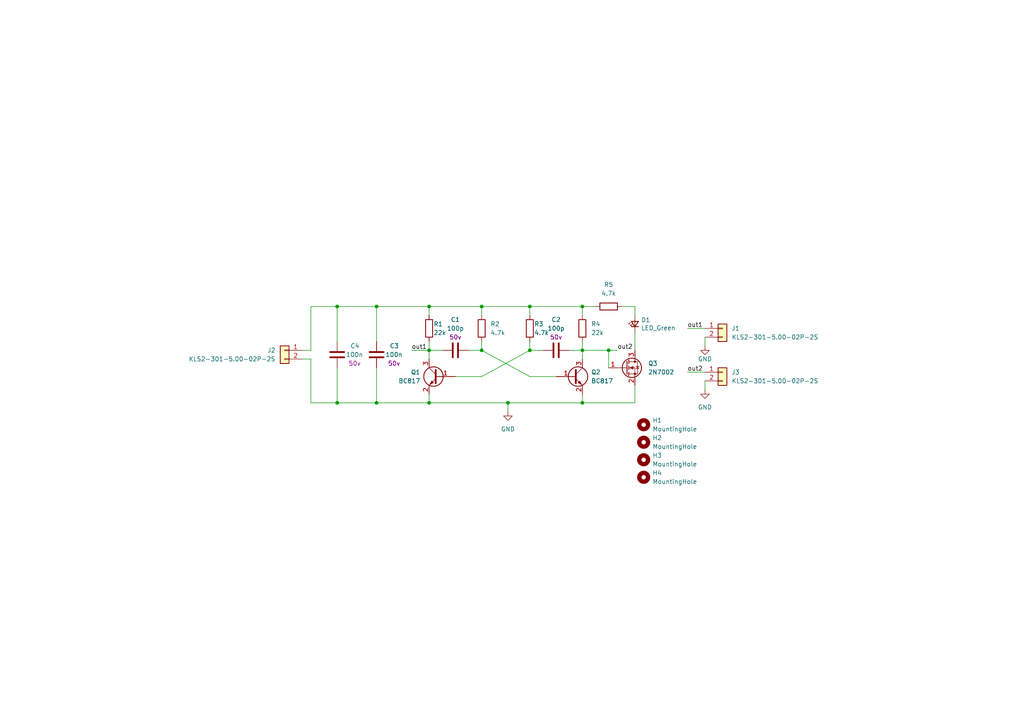
<source format=kicad_sch>
(kicad_sch (version 20211123) (generator eeschema)
  (paper "A4")
  (title_block (title "Мультивибратор") (date "2022-05-18") (comment 2 "Нагаев"))
  (lib_symbols
    (symbol "Device:C" (pin_numbers hide) (pin_names (offset 0.254))
      (property "Reference" "C" (at 0.635 2.54 0))
      (property "Value" "C" (at 0.635 -2.54 0))
      (symbol "C_0_1"
        (polyline (pts (xy -2.032 -0.762) (xy 2.032 -0.762)) (stroke (width 0.508)))
        (polyline (pts (xy -2.032 0.762) (xy 2.032 0.762)) (stroke (width 0.508)))
      )
      (symbol "C_1_1"
        (pin passive line (at 0 3.81 270) (length 2.794) (name "~") (number "1"))
        (pin passive line (at 0 -3.81 90) (length 2.794) (name "~") (number "2"))
      )
    )
    (symbol "Device:LED_Small" (pin_numbers hide) (pin_names (offset 0.254) hide)
      (property "Reference" "D" (at -1.27 3.175 0))
      (property "Value" "LED_Small" (at -4.445 -2.54 0))
      (symbol "LED_Small_0_1"
        (polyline (pts (xy -0.762 -1.016) (xy -0.762 1.016)) (stroke (width 0.254)))
        (polyline (pts (xy 1.016 0) (xy -0.762 0)))
        (polyline (pts (xy 0.762 -1.016) (xy -0.762 0) (xy 0.762 1.016) (xy 0.762 -1.016)) (stroke (width 0.254)))
        (polyline (pts (xy 0 0.762) (xy -0.508 1.27) (xy -0.254 1.27) (xy -0.508 1.27) (xy -0.508 1.016)))
        (polyline (pts (xy 0.508 1.27) (xy 0 1.778) (xy 0.254 1.778) (xy 0 1.778) (xy 0 1.524)))
      )
      (symbol "LED_Small_1_1"
        (pin passive line (at -2.54 0 0) (length 1.778) (name "K") (number "1"))
        (pin passive line (at 2.54 0 180) (length 1.778) (name "A") (number "2"))
      )
    )
    (symbol "Device:R" (pin_numbers hide) (pin_names (offset 0))
      (property "Reference" "R" (at 2.032 0 90))
      (property "Value" "R" (at 0 0 90))
      (symbol "R_0_1"
        (rectangle (start -1.016 -2.54) (end 1.016 2.54) (stroke (width 0.254)))
      )
      (symbol "R_1_1"
        (pin passive line (at 0 3.81 270) (length 1.27) (name "~") (number "1"))
        (pin passive line (at 0 -3.81 90) (length 1.27) (name "~") (number "2"))
      )
    )
    (symbol "MAS_Connectors:KLS2-301-5.00-02P-2S" (pin_names (offset 1.016))
      (property "Reference" "J" (at 0 3.81 0))
      (property "Value" "KLS2-301-5.00-02P-2S" (at -11.43 -4.445 0))
      (symbol "KLS2-301-5.00-02P-2S_1_1"
        (rectangle (start -1.27 -1.143) (end 0 -1.397) (stroke (width 0.1524)))
        (rectangle (start -1.27 1.397) (end 0 1.143) (stroke (width 0.1524)))
        (rectangle (start -1.27 2.54) (end 1.27 -2.54) (stroke (width 0.254)) (fill (type background)))
        (pin passive line (at -5.08 1.27 0) (length 3.81) (name "~") (number "1"))
        (pin passive line (at -5.08 -1.27 0) (length 3.81) (name "~") (number "2"))
      )
    )
    (symbol "Mechanical:MountingHole" (pin_names (offset 1.016))
      (property "Reference" "H" (at 0 5.08 0))
      (property "Value" "MountingHole" (at 0 3.175 0))
      (symbol "MountingHole_0_1"
        (circle (center 0 0) (radius 1.27) (stroke (width 1.27)))
      )
    )
    (symbol "Transistor_BJT:BC817" (pin_names (offset 0) hide)
      (property "Reference" "Q" (at 5.08 1.905 0))
      (property "Value" "BC817" (at 5.08 0 0))
      (symbol "BC817_0_1"
        (polyline (pts (xy 0.635 0.635) (xy 2.54 2.54)))
        (polyline (pts (xy 0.635 -0.635) (xy 2.54 -2.54) (xy 2.54 -2.54)))
        (polyline (pts (xy 0.635 1.905) (xy 0.635 -1.905) (xy 0.635 -1.905)) (stroke (width 0.508)))
        (polyline (pts (xy 1.27 -1.778) (xy 1.778 -1.27) (xy 2.286 -2.286) (xy 1.27 -1.778) (xy 1.27 -1.778)) (fill (type outline)))
        (circle (center 1.27 0) (radius 2.8194) (stroke (width 0.254)))
      )
      (symbol "BC817_1_1"
        (pin input line (at -5.08 0 0) (length 5.715) (name "B") (number "1"))
        (pin passive line (at 2.54 -5.08 90) (length 2.54) (name "E") (number "2"))
        (pin passive line (at 2.54 5.08 270) (length 2.54) (name "C") (number "3"))
      )
    )
    (symbol "Transistor_FET:2N7002" (pin_names hide)
      (property "Reference" "Q" (at 5.08 1.905 0))
      (property "Value" "2N7002" (at 5.08 0 0))
      (symbol "2N7002_0_1"
        (polyline (pts (xy 0.254 0) (xy -2.54 0)))
        (polyline (pts (xy 0.254 1.905) (xy 0.254 -1.905)) (stroke (width 0.254)))
        (polyline (pts (xy 0.762 -1.27) (xy 0.762 -2.286)) (stroke (width 0.254)))
        (polyline (pts (xy 0.762 0.508) (xy 0.762 -0.508)) (stroke (width 0.254)))
        (polyline (pts (xy 0.762 2.286) (xy 0.762 1.27)) (stroke (width 0.254)))
        (polyline (pts (xy 2.54 2.54) (xy 2.54 1.778)))
        (polyline (pts (xy 2.54 -2.54) (xy 2.54 0) (xy 0.762 0)))
        (polyline (pts (xy 0.762 -1.778) (xy 3.302 -1.778) (xy 3.302 1.778) (xy 0.762 1.778)))
        (polyline (pts (xy 1.016 0) (xy 2.032 0.381) (xy 2.032 -0.381) (xy 1.016 0)) (fill (type outline)))
        (polyline (pts (xy 2.794 0.508) (xy 2.921 0.381) (xy 3.683 0.381) (xy 3.81 0.254)))
        (polyline (pts (xy 3.302 0.381) (xy 2.921 -0.254) (xy 3.683 -0.254) (xy 3.302 0.381)))
        (circle (center 1.651 0) (radius 2.794) (stroke (width 0.254)))
        (circle (center 2.54 -1.778) (radius 0.254) (fill (type outline)))
        (circle (center 2.54 1.778) (radius 0.254) (fill (type outline)))
      )
      (symbol "2N7002_1_1"
        (pin input line (at -5.08 0 0) (length 2.54) (name "G") (number "1"))
        (pin passive line (at 2.54 -5.08 90) (length 2.54) (name "S") (number "2"))
        (pin passive line (at 2.54 5.08 270) (length 2.54) (name "D") (number "3"))
      )
    )
    (symbol "power:GND" (power) (pin_names (offset 0))
      (property "Value" "GND" (at 0 -3.81 0))
      (symbol "GND_0_1"
        (polyline (pts (xy 0 0) (xy 0 -1.27) (xy 1.27 -1.27) (xy 0 -2.54) (xy -1.27 -1.27) (xy 0 -1.27)))
      )
      (symbol "GND_1_1"
        (pin power_in line (at 0 0 270) (length 0) hide (name "GND") (number "1"))
      )
    )
  )
  (junction (at 176.53 101.6))
  (junction (at 109.22 116.84))
  (junction (at 124.46 116.84))
  (junction (at 109.22 88.9))
  (junction (at 153.67 101.6))
  (junction (at 97.79 116.84))
  (junction (at 139.7 101.6))
  (junction (at 147.32 116.84))
  (junction (at 124.46 101.6))
  (junction (at 97.79 88.9))
  (junction (at 168.91 116.84))
  (junction (at 153.67 88.9))
  (junction (at 139.7 88.9))
  (junction (at 168.91 101.6))
  (junction (at 168.91 88.9))
  (junction (at 124.46 88.9))
  (wire (pts (xy 87.63 101.6) (xy 90.17 101.6)))
  (wire (pts (xy 168.91 91.44) (xy 168.91 88.9)))
  (wire (pts (xy 139.7 109.22) (xy 153.67 101.6)))
  (wire (pts (xy 109.22 99.06) (xy 109.22 88.9)))
  (wire (pts (xy 97.79 99.06) (xy 97.79 88.9)))
  (wire (pts (xy 97.79 106.68) (xy 97.79 116.84)))
  (wire (pts (xy 139.7 88.9) (xy 153.67 88.9)))
  (wire (pts (xy 124.46 116.84) (xy 124.46 114.3)))
  (wire (pts (xy 90.17 104.14) (xy 90.17 116.84)))
  (wire (pts (xy 124.46 116.84) (xy 147.32 116.84)))
  (wire (pts (xy 180.34 88.9) (xy 184.15 88.9)))
  (wire (pts (xy 109.22 106.68) (xy 109.22 116.84)))
  (wire (pts (xy 124.46 88.9) (xy 139.7 88.9)))
  (wire (pts (xy 153.67 109.22) (xy 139.7 101.6)))
  (wire (pts (xy 147.32 119.38) (xy 147.32 116.84)))
  (wire (pts (xy 90.17 88.9) (xy 97.79 88.9)))
  (wire (pts (xy 184.15 96.52) (xy 184.15 101.6)))
  (wire (pts (xy 109.22 116.84) (xy 124.46 116.84)))
  (wire (pts (xy 204.47 97.79) (xy 204.47 100.33)))
  (wire (pts (xy 199.39 107.95) (xy 204.47 107.95)))
  (wire (pts (xy 90.17 116.84) (xy 97.79 116.84)))
  (wire (pts (xy 168.91 101.6) (xy 168.91 104.14)))
  (wire (pts (xy 153.67 88.9) (xy 168.91 88.9)))
  (wire (pts (xy 204.47 110.49) (xy 204.47 113.03)))
  (wire (pts (xy 139.7 99.06) (xy 139.7 101.6)))
  (wire (pts (xy 168.91 101.6) (xy 176.53 101.6)))
  (wire (pts (xy 97.79 116.84) (xy 109.22 116.84)))
  (wire (pts (xy 90.17 101.6) (xy 90.17 88.9)))
  (wire (pts (xy 119.38 101.6) (xy 124.46 101.6)))
  (wire (pts (xy 139.7 88.9) (xy 139.7 91.44)))
  (wire (pts (xy 87.63 104.14) (xy 90.17 104.14)))
  (wire (pts (xy 168.91 114.3) (xy 168.91 116.84)))
  (wire (pts (xy 176.53 101.6) (xy 176.53 106.68)))
  (wire (pts (xy 199.39 95.25) (xy 204.47 95.25)))
  (wire (pts (xy 124.46 91.44) (xy 124.46 88.9)))
  (wire (pts (xy 184.15 88.9) (xy 184.15 91.44)))
  (wire (pts (xy 153.67 101.6) (xy 157.48 101.6)))
  (wire (pts (xy 135.89 101.6) (xy 139.7 101.6)))
  (wire (pts (xy 153.67 91.44) (xy 153.67 88.9)))
  (wire (pts (xy 168.91 99.06) (xy 168.91 101.6)))
  (wire (pts (xy 184.15 111.76) (xy 184.15 116.84)))
  (wire (pts (xy 168.91 88.9) (xy 172.72 88.9)))
  (wire (pts (xy 124.46 101.6) (xy 128.27 101.6)))
  (wire (pts (xy 97.79 88.9) (xy 109.22 88.9)))
  (wire (pts (xy 109.22 88.9) (xy 124.46 88.9)))
  (wire (pts (xy 168.91 116.84) (xy 184.15 116.84)))
  (wire (pts (xy 132.08 109.22) (xy 139.7 109.22)))
  (wire (pts (xy 153.67 99.06) (xy 153.67 101.6)))
  (wire (pts (xy 165.1 101.6) (xy 168.91 101.6)))
  (wire (pts (xy 124.46 101.6) (xy 124.46 104.14)))
  (wire (pts (xy 124.46 99.06) (xy 124.46 101.6)))
  (wire (pts (xy 153.67 109.22) (xy 161.29 109.22)))
  (wire (pts (xy 176.53 101.6) (xy 179.07 101.6)))
  (wire (pts (xy 147.32 116.84) (xy 168.91 116.84)))
  (label "out1" (at 199.39 95.25 0))
  (label "out2" (at 179.07 101.6 0))
  (label "out1" (at 119.38 101.6 0))
  (label "out2" (at 199.39 107.95 0))
  (symbol (lib_id "MAS_Connectors:KLS2-301-5.00-02P-2S") (at 209.55 109.22 0) (unit 1)
    (property "Reference" "J3" (at 213.36 107.95 0))
    (property "Value" "KLS2-301-5.00-02P-2S" (at 224.79 110.49 0))
    (property "Footprint" "MAS_Package_nostd:KLS2-301-5.00-02P-2S" (effects hide))
    (property "Datasheet" "https://static.chipdip.ru/lib/507/DOC001507148.pdf" (effects hide))
    (property "lcsc" "C699495" (effects hide))
  )
  (symbol (lib_id "Mechanical:MountingHole") (at 186.69 128.27 0) (unit 1)
    (property "Reference" "H2" (at 189.23 126.9999 0) (effects (justify left)))
    (property "Value" "MountingHole" (at 189.23 129.5399 0) (effects (justify left)))
    (property "Footprint" "MountingHole:MountingHole_2.1mm" (effects hide))
  )
  (symbol (lib_id "Device:LED_Small") (at 184.15 93.98 90) (unit 1)
    (property "Reference" "D1" (at 185.928 92.8116 90) (effects (justify right)))
    (property "Value" "LED_Green" (at 185.928 95.123 90) (effects (justify right)))
    (property "Footprint" "LED_SMD:LED_0805_2012Metric" (effects hide))
    (property "chipdip" "9000414318" (effects hide))
    (property "lcsc" "C2297" (effects hide))
  )
  (symbol (lib_id "MAS_Connectors:KLS2-301-5.00-02P-2S") (at 82.55 102.87 0) (mirror y) (unit 1)
    (property "Reference" "J2" (at 78.74 101.6 0))
    (property "Value" "KLS2-301-5.00-02P-2S" (at 67.31 104.14 0))
    (property "Footprint" "MAS_Package_nostd:KLS2-301-5.00-02P-2S" (effects hide))
    (property "Datasheet" "https://static.chipdip.ru/lib/507/DOC001507148.pdf" (effects hide))
    (property "lcsc" "C699495" (effects hide))
  )
  (symbol (lib_id "Device:C") (at 132.08 101.6 270) (unit 1)
    (property "Reference" "C1" (at 132.08 92.71 90))
    (property "Value" "100p" (at 132.08 95.25 90))
    (property "Footprint" "Capacitor_SMD:C_0805_2012Metric" (effects hide))
    (property "Coefficient" "C0G" (effects hide))
    (property "Voltage" "50v" (at 132.08 97.79 90))
    (property "lcsc" "C1790" (effects hide))
  )
  (symbol (lib_id "Transistor_BJT:BC817") (at 166.37 109.22 0) (unit 1)
    (property "Reference" "Q2" (at 171.45 107.9499 0) (effects (justify left)))
    (property "Value" "BC817" (at 171.45 110.4899 0) (effects (justify left)))
    (property "Footprint" "Package_TO_SOT_SMD:SOT-23" (effects hide))
    (property "Datasheet" "https://www.onsemi.com/pub/Collateral/BC818-D.pdf" (effects hide))
    (property "lcsc" "C85078" (effects hide))
  )
  (symbol (lib_id "power:GND") (at 147.32 119.38 0) (unit 1)
    (property "Reference" "#PWR01" (effects hide))
    (property "Value" "GND" (at 147.32 124.46 0))
  )
  (symbol (lib_id "Transistor_BJT:BC817") (at 127 109.22 0) (mirror y) (unit 1)
    (property "Reference" "Q1" (at 121.92 107.9499 0) (effects (justify left)))
    (property "Value" "BC817" (at 121.92 110.4899 0) (effects (justify left)))
    (property "Footprint" "Package_TO_SOT_SMD:SOT-23" (effects hide))
    (property "Datasheet" "https://www.onsemi.com/pub/Collateral/BC818-D.pdf" (effects hide))
    (property "lcsc" "C85078" (effects hide))
  )
  (symbol (lib_id "Mechanical:MountingHole") (at 186.69 133.35 0) (unit 1)
    (property "Reference" "H3" (at 189.23 132.0799 0) (effects (justify left)))
    (property "Value" "MountingHole" (at 189.23 134.6199 0) (effects (justify left)))
    (property "Footprint" "MountingHole:MountingHole_2.1mm" (effects hide))
  )
  (symbol (lib_id "MAS_Connectors:KLS2-301-5.00-02P-2S") (at 209.55 96.52 0) (unit 1)
    (property "Reference" "J1" (at 213.36 95.25 0))
    (property "Value" "KLS2-301-5.00-02P-2S" (at 224.79 97.79 0))
    (property "Footprint" "MAS_Package_nostd:KLS2-301-5.00-02P-2S" (effects hide))
    (property "Datasheet" "https://static.chipdip.ru/lib/507/DOC001507148.pdf" (effects hide))
    (property "lcsc" "C699495" (effects hide))
  )
  (symbol (lib_id "Device:C") (at 97.79 102.87 0) (unit 1)
    (property "Reference" "C4" (at 101.6 100.33 0) (effects (justify left)))
    (property "Value" "100n" (at 100.33 102.87 0) (effects (justify left)))
    (property "Footprint" "Capacitor_SMD:C_0805_2012Metric" (effects hide))
    (property "Coefficient" "X7R" (effects hide))
    (property "Voltage" "50v" (at 102.87 105.41 0))
    (property "lcsc" "C49678" (effects hide))
  )
  (symbol (lib_id "power:GND") (at 204.47 113.03 0) (unit 1)
    (property "Reference" "#PWR03" (effects hide))
    (property "Value" "GND" (at 204.47 118.11 0))
  )
  (symbol (lib_id "Device:R") (at 176.53 88.9 270) (unit 1)
    (property "Reference" "R5" (at 176.53 82.55 90))
    (property "Value" "4.7k" (at 176.53 85.09 90))
    (property "Footprint" "Resistor_SMD:R_0805_2012Metric_Pad1.20x1.40mm_HandSolder" (effects hide))
    (property "Coefficient" "1%" (effects hide))
    (property "lcsc" "C17673" (effects hide))
  )
  (symbol (lib_id "Transistor_FET:2N7002") (at 181.61 106.68 0) (unit 1)
    (property "Reference" "Q3" (at 187.96 105.4099 0) (effects (justify left)))
    (property "Value" "2N7002" (at 187.96 107.9499 0) (effects (justify left)))
    (property "Footprint" "Package_TO_SOT_SMD:SOT-23" (effects hide))
    (property "Datasheet" "https://www.onsemi.com/pub/Collateral/NDS7002A-D.PDF" (effects hide))
    (property "lcsc" "C8545" (effects hide))
  )
  (symbol (lib_id "Device:C") (at 109.22 102.87 0) (unit 1)
    (property "Reference" "C3" (at 113.03 100.33 0) (effects (justify left)))
    (property "Value" "100n" (at 111.76 102.87 0) (effects (justify left)))
    (property "Footprint" "Capacitor_SMD:C_0805_2012Metric" (effects hide))
    (property "Coefficient" "X7R" (effects hide))
    (property "Voltage" "50v" (at 114.3 105.41 0))
    (property "lcsc" "C49678" (effects hide))
  )
  (symbol (lib_id "Device:R") (at 139.7 95.25 0) (unit 1)
    (property "Reference" "R2" (at 142.24 93.9799 0) (effects (justify left)))
    (property "Value" "4.7k" (at 142.24 96.5199 0) (effects (justify left)))
    (property "Footprint" "Resistor_SMD:R_0805_2012Metric_Pad1.20x1.40mm_HandSolder" (effects hide))
    (property "Coefficient" "1%" (effects hide))
    (property "lcsc" "C17673" (effects hide))
  )
  (symbol (lib_id "Mechanical:MountingHole") (at 186.69 123.19 0) (unit 1)
    (property "Reference" "H1" (at 189.23 121.9199 0) (effects (justify left)))
    (property "Value" "MountingHole" (at 189.23 124.4599 0) (effects (justify left)))
    (property "Footprint" "MountingHole:MountingHole_2.1mm" (effects hide))
  )
  (symbol (lib_id "power:GND") (at 204.47 100.33 0) (unit 1)
    (property "Reference" "#PWR02" (effects hide))
    (property "Value" "GND" (at 204.47 104.14 0))
  )
  (symbol (lib_id "Device:C") (at 161.29 101.6 270) (unit 1)
    (property "Reference" "C2" (at 161.29 92.71 90))
    (property "Value" "100p" (at 161.29 95.25 90))
    (property "Footprint" "Capacitor_SMD:C_0805_2012Metric" (effects hide))
    (property "Coefficient" "C0G" (effects hide))
    (property "Voltage" "50v" (at 161.29 97.79 90))
    (property "lcsc" "C1790" (effects hide))
  )
  (symbol (lib_id "Mechanical:MountingHole") (at 186.69 138.43 0) (unit 1)
    (property "Reference" "H4" (at 189.23 137.1599 0) (effects (justify left)))
    (property "Value" "MountingHole" (at 189.23 139.6999 0) (effects (justify left)))
    (property "Footprint" "MountingHole:MountingHole_2.1mm" (effects hide))
  )
  (symbol (lib_id "Device:R") (at 168.91 95.25 0) (unit 1)
    (property "Reference" "R4" (at 171.45 93.9799 0) (effects (justify left)))
    (property "Value" "22k" (at 171.45 96.5199 0) (effects (justify left)))
    (property "Footprint" "Resistor_SMD:R_0805_2012Metric_Pad1.20x1.40mm_HandSolder" (effects hide))
    (property "Coefficient" "1%" (effects hide))
    (property "lcsc" "C17560" (effects hide))
  )
  (symbol (lib_id "Device:R") (at 153.67 95.25 0) (unit 1)
    (property "Reference" "R3" (at 154.94 93.98 0) (effects (justify left)))
    (property "Value" "4.7k" (at 154.94 96.52 0) (effects (justify left)))
    (property "Footprint" "Resistor_SMD:R_0805_2012Metric_Pad1.20x1.40mm_HandSolder" (effects hide))
    (property "Coefficient" "1%" (effects hide))
    (property "lcsc" "C17673" (effects hide))
  )
  (symbol (lib_id "Device:R") (at 124.46 95.25 0) (unit 1)
    (property "Reference" "R1" (at 125.73 93.98 0) (effects (justify left)))
    (property "Value" "22k" (at 125.73 96.52 0) (effects (justify left)))
    (property "Footprint" "Resistor_SMD:R_0805_2012Metric_Pad1.20x1.40mm_HandSolder" (effects hide))
    (property "Coefficient" "1%" (effects hide))
    (property "lcsc" "C17560" (effects hide))
  )
)
</source>
